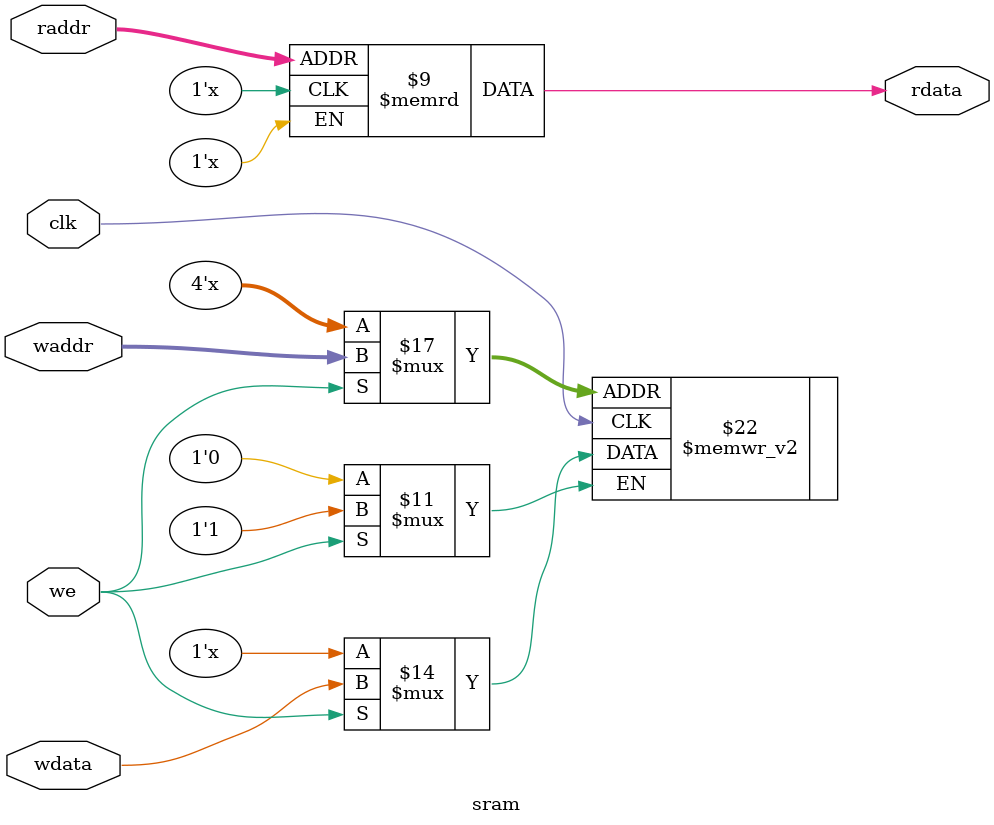
<source format=v>
`timescale 1ns/1ps
module sram(clk, raddr, rdata, waddr, wdata, we);
	parameter ADDR_WIDTH = 4;
	parameter DATA_WIDTH = 1;
	
	input clk, we;
	input [ADDR_WIDTH-1:0] raddr, waddr;
	input [DATA_WIDTH-1:0] wdata;
	output [DATA_WIDTH-1:0] rdata;

	reg [DATA_WIDTH-1:0] sram_data [0:2**ADDR_WIDTH-1];

	always @ (posedge clk) begin
		if(we) begin
			sram_data[waddr] <= wdata;
		end
	end
	assign rdata = sram_data[raddr];
endmodule 
</source>
